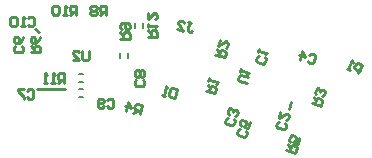
<source format=gbo>
G04*
G04 #@! TF.GenerationSoftware,Altium Limited,CircuitStudio,1.5.2 (30)*
G04*
G04 Layer_Color=13948096*
%FSLAX25Y25*%
%MOIN*%
G70*
G01*
G75*
%ADD11C,0.01000*%
%ADD54C,0.00787*%
D11*
X317699Y368311D02*
X326998D01*
X316898Y388411D02*
X318198Y387411D01*
X401524Y361694D02*
X402199Y363911D01*
X314499Y391935D02*
X315024Y392460D01*
X316074D01*
X316599Y391935D01*
Y389836D01*
X316074Y389311D01*
X315024D01*
X314499Y389836D01*
X313450Y389311D02*
X312400D01*
X312925D01*
Y392460D01*
X313450Y391935D01*
X310825D02*
X310300Y392460D01*
X309251D01*
X308726Y391935D01*
Y389836D01*
X309251Y389311D01*
X310300D01*
X310825Y389836D01*
Y391935D01*
X340999Y364635D02*
X341524Y365160D01*
X342574D01*
X343098Y364635D01*
Y362536D01*
X342574Y362011D01*
X341524D01*
X340999Y362536D01*
X339949D02*
X339425Y362011D01*
X338375D01*
X337850Y362536D01*
Y364635D01*
X338375Y365160D01*
X339425D01*
X339949Y364635D01*
Y364110D01*
X339425Y363585D01*
X337850D01*
X408350Y379788D02*
X408993Y380160D01*
X410007Y379888D01*
X410378Y379245D01*
X409834Y377218D01*
X409192Y376847D01*
X408178Y377118D01*
X407807Y377761D01*
X405136Y377933D02*
X405951Y380975D01*
X407065Y379046D01*
X405037Y379590D01*
X383276Y358259D02*
X383647Y357617D01*
X383376Y356603D01*
X382733Y356232D01*
X380705Y356775D01*
X380334Y357418D01*
X380606Y358432D01*
X381249Y358803D01*
X383548Y359273D02*
X384191Y359644D01*
X384462Y360658D01*
X384091Y361301D01*
X383584Y361436D01*
X382942Y361065D01*
X382806Y360558D01*
X382942Y361065D01*
X382571Y361708D01*
X382064Y361844D01*
X381421Y361473D01*
X381149Y360459D01*
X381520Y359816D01*
X393476Y378859D02*
X393847Y378217D01*
X393576Y377203D01*
X392933Y376832D01*
X390905Y377375D01*
X390534Y378018D01*
X390806Y379031D01*
X391449Y379403D01*
X391213Y380552D02*
X391485Y381566D01*
X391349Y381059D01*
X394391Y380244D01*
X393748Y379873D01*
X400376Y356959D02*
X400747Y356317D01*
X400476Y355303D01*
X399833Y354932D01*
X397805Y355475D01*
X397434Y356118D01*
X397706Y357132D01*
X398349Y357503D01*
X398657Y360680D02*
X398113Y358652D01*
X400684Y360136D01*
X401191Y360001D01*
X401562Y359358D01*
X401291Y358344D01*
X400648Y357973D01*
X387276Y354359D02*
X387647Y353717D01*
X387376Y352703D01*
X386733Y352332D01*
X384705Y352875D01*
X384334Y353518D01*
X384606Y354532D01*
X385249Y354903D01*
X388598Y357265D02*
X388055Y355237D01*
X386534Y355645D01*
X387313Y356523D01*
X387448Y357030D01*
X387077Y357672D01*
X386064Y357944D01*
X385421Y357573D01*
X385149Y356559D01*
X385520Y355916D01*
X312522Y382610D02*
X313047Y382085D01*
Y381036D01*
X312522Y380511D01*
X310423D01*
X309898Y381036D01*
Y382085D01*
X310423Y382610D01*
X313047Y385758D02*
X312522Y384709D01*
X311473Y383659D01*
X310423D01*
X309898Y384184D01*
Y385234D01*
X310423Y385758D01*
X310948D01*
X311473Y385234D01*
Y383659D01*
X367900Y390627D02*
X368927Y390409D01*
X368413Y390518D01*
X367868Y387951D01*
X368272Y387329D01*
X368785Y387220D01*
X369408Y387624D01*
X364165Y388202D02*
X366219Y387766D01*
X364602Y390255D01*
X364711Y390768D01*
X365333Y391173D01*
X366360Y390954D01*
X366764Y390332D01*
X424698Y373511D02*
X425929Y376409D01*
X424480Y377024D01*
X423792Y376746D01*
X423381Y375780D01*
X423659Y375092D01*
X425109Y374477D01*
X421800Y374741D02*
X420834Y375151D01*
X421317Y374946D01*
X422547Y377844D01*
X422825Y377156D01*
X377098Y379711D02*
X380140Y378896D01*
X380547Y380417D01*
X380176Y381059D01*
X379162Y381331D01*
X378520Y380960D01*
X378112Y379439D01*
X378384Y380453D02*
X377642Y381738D01*
X378457Y384780D02*
X377913Y382752D01*
X380484Y384236D01*
X380991Y384101D01*
X381362Y383458D01*
X381090Y382444D01*
X380448Y382073D01*
X409299Y363611D02*
X412340Y362796D01*
X412747Y364317D01*
X412376Y364959D01*
X411362Y365231D01*
X410720Y364860D01*
X410312Y363339D01*
X410584Y364353D02*
X409842Y365638D01*
X412648Y365973D02*
X413291Y366344D01*
X413562Y367358D01*
X413191Y368001D01*
X412684Y368136D01*
X412042Y367765D01*
X411906Y367258D01*
X412042Y367765D01*
X411670Y368408D01*
X411164Y368544D01*
X410521Y368173D01*
X410249Y367159D01*
X410620Y366516D01*
X315498Y380511D02*
X318647D01*
Y382085D01*
X318122Y382610D01*
X317073D01*
X316548Y382085D01*
Y380511D01*
Y381560D02*
X315498Y382610D01*
X318647Y385758D02*
X318122Y384709D01*
X317073Y383659D01*
X316023D01*
X315498Y384184D01*
Y385234D01*
X316023Y385758D01*
X316548D01*
X317073Y385234D01*
Y383659D01*
X340599Y392911D02*
Y396059D01*
X339024D01*
X338499Y395535D01*
Y394485D01*
X339024Y393960D01*
X340599D01*
X339549D02*
X338499Y392911D01*
X337450Y395535D02*
X336925Y396059D01*
X335876D01*
X335351Y395535D01*
Y395010D01*
X335876Y394485D01*
X335351Y393960D01*
Y393436D01*
X335876Y392911D01*
X336925D01*
X337450Y393436D01*
Y393960D01*
X336925Y394485D01*
X337450Y395010D01*
Y395535D01*
X336925Y394485D02*
X335876D01*
X330598Y393011D02*
Y396159D01*
X329024D01*
X328499Y395635D01*
Y394585D01*
X329024Y394060D01*
X330598D01*
X329549D02*
X328499Y393011D01*
X327450D02*
X326400D01*
X326925D01*
Y396159D01*
X327450Y395635D01*
X324826D02*
X324301Y396159D01*
X323252D01*
X322727Y395635D01*
Y393536D01*
X323252Y393011D01*
X324301D01*
X324826Y393536D01*
Y395635D01*
X326599Y370411D02*
Y373559D01*
X325024D01*
X324499Y373035D01*
Y371985D01*
X325024Y371460D01*
X326599D01*
X325549D02*
X324499Y370411D01*
X323450D02*
X322400D01*
X322925D01*
Y373559D01*
X323450Y373035D01*
X320826Y370411D02*
X319777D01*
X320301D01*
Y373559D01*
X320826Y373035D01*
X387440Y370196D02*
X384905Y370875D01*
X384534Y371518D01*
X384806Y372532D01*
X385449Y372903D01*
X387983Y372223D01*
X385213Y374052D02*
X385485Y375066D01*
X385349Y374559D01*
X388390Y373744D01*
X387748Y373373D01*
X314299Y367735D02*
X314824Y368259D01*
X315874D01*
X316399Y367735D01*
Y365636D01*
X315874Y365111D01*
X314824D01*
X314299Y365636D01*
X313250Y368259D02*
X311151D01*
Y367735D01*
X313250Y365636D01*
Y365111D01*
X364153Y368491D02*
X363498Y365411D01*
X361959Y365738D01*
X361554Y366361D01*
X361991Y368414D01*
X362613Y368818D01*
X364153Y368491D01*
X360419Y366066D02*
X359392Y366284D01*
X359905Y366175D01*
X360560Y369254D01*
X360964Y368632D01*
X373899Y367811D02*
X376940Y366996D01*
X377347Y368517D01*
X376976Y369159D01*
X375962Y369431D01*
X375320Y369060D01*
X374912Y367539D01*
X375184Y368553D02*
X374442Y369838D01*
X374713Y370852D02*
X374985Y371866D01*
X374849Y371359D01*
X377890Y370544D01*
X377248Y370173D01*
X351799Y359911D02*
X352453Y362991D01*
X350913Y363318D01*
X350291Y362914D01*
X350073Y361887D01*
X350477Y361265D01*
X352017Y360937D01*
X350990Y361156D02*
X349745Y360347D01*
X347179Y360893D02*
X347833Y363973D01*
X349046Y362105D01*
X346993Y362542D01*
X400699Y347911D02*
X403740Y347096D01*
X404147Y348617D01*
X403776Y349259D01*
X402762Y349531D01*
X402120Y349160D01*
X401712Y347639D01*
X401984Y348653D02*
X401242Y349938D01*
X405098Y352165D02*
X404555Y350137D01*
X403034Y350545D01*
X403813Y351423D01*
X403948Y351929D01*
X403577Y352572D01*
X402564Y352844D01*
X401921Y352473D01*
X401649Y351459D01*
X402020Y350816D01*
X334799Y381059D02*
Y378436D01*
X334274Y377911D01*
X333224D01*
X332699Y378436D01*
Y381059D01*
X329551Y377911D02*
X331650D01*
X329551Y380010D01*
Y380535D01*
X330076Y381059D01*
X331125D01*
X331650Y380535D01*
X352822Y371410D02*
X353347Y370885D01*
Y369836D01*
X352822Y369311D01*
X350723D01*
X350199Y369836D01*
Y370885D01*
X350723Y371410D01*
X352822Y372459D02*
X353347Y372984D01*
Y374034D01*
X352822Y374558D01*
X352298D01*
X351773Y374034D01*
X351248Y374558D01*
X350723D01*
X350199Y374034D01*
Y372984D01*
X350723Y372459D01*
X351248D01*
X351773Y372984D01*
X352298Y372459D01*
X352822D01*
X351773Y372984D02*
Y374034D01*
X345299Y385111D02*
X348447D01*
Y386685D01*
X347922Y387210D01*
X346873D01*
X346348Y386685D01*
Y385111D01*
Y386160D02*
X345299Y387210D01*
X345823Y388259D02*
X345299Y388784D01*
Y389834D01*
X345823Y390358D01*
X347922D01*
X348447Y389834D01*
Y388784D01*
X347922Y388259D01*
X347398D01*
X346873Y388784D01*
Y390358D01*
X354470Y385752D02*
X357619D01*
Y387326D01*
X357094Y387850D01*
X356044D01*
X355520Y387326D01*
Y385752D01*
Y386801D02*
X354470Y387850D01*
Y388900D02*
Y389950D01*
Y389425D01*
X357619D01*
X357094Y388900D01*
X354470Y393623D02*
Y391524D01*
X356569Y393623D01*
X357094D01*
X357619Y393098D01*
Y392049D01*
X357094Y391524D01*
D54*
X331511Y368389D02*
X333086D01*
X331511Y365633D02*
X333086D01*
X331511Y370633D02*
X333086D01*
X331511Y373389D02*
X333086D01*
X348077Y378723D02*
Y380298D01*
X345321Y378723D02*
Y380298D01*
X353077Y388623D02*
Y390198D01*
X350321Y388623D02*
Y390198D01*
M02*

</source>
